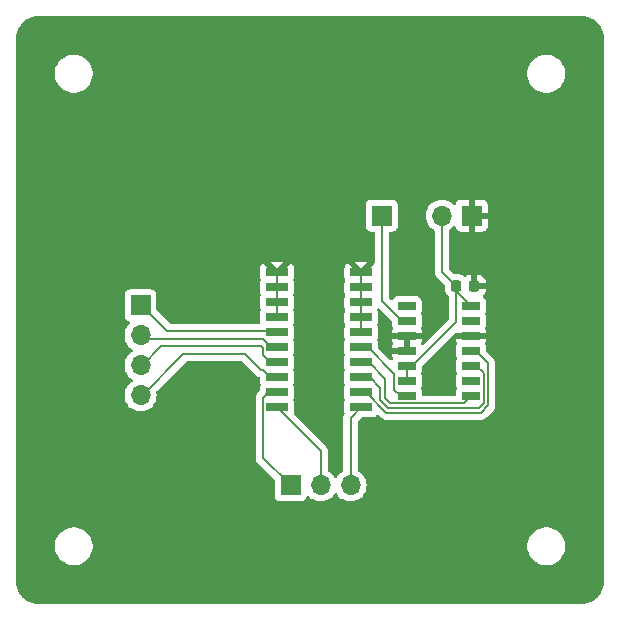
<source format=gbr>
%TF.GenerationSoftware,KiCad,Pcbnew,8.0.6*%
%TF.CreationDate,2024-12-20T03:38:08-05:00*%
%TF.ProjectId,MAX5719_breakout,4d415835-3731-4395-9f62-7265616b6f75,rev?*%
%TF.SameCoordinates,Original*%
%TF.FileFunction,Copper,L1,Top*%
%TF.FilePolarity,Positive*%
%FSLAX46Y46*%
G04 Gerber Fmt 4.6, Leading zero omitted, Abs format (unit mm)*
G04 Created by KiCad (PCBNEW 8.0.6) date 2024-12-20 03:38:08*
%MOMM*%
%LPD*%
G01*
G04 APERTURE LIST*
G04 Aperture macros list*
%AMRoundRect*
0 Rectangle with rounded corners*
0 $1 Rounding radius*
0 $2 $3 $4 $5 $6 $7 $8 $9 X,Y pos of 4 corners*
0 Add a 4 corners polygon primitive as box body*
4,1,4,$2,$3,$4,$5,$6,$7,$8,$9,$2,$3,0*
0 Add four circle primitives for the rounded corners*
1,1,$1+$1,$2,$3*
1,1,$1+$1,$4,$5*
1,1,$1+$1,$6,$7*
1,1,$1+$1,$8,$9*
0 Add four rect primitives between the rounded corners*
20,1,$1+$1,$2,$3,$4,$5,0*
20,1,$1+$1,$4,$5,$6,$7,0*
20,1,$1+$1,$6,$7,$8,$9,0*
20,1,$1+$1,$8,$9,$2,$3,0*%
G04 Aperture macros list end*
%TA.AperFunction,ComponentPad*%
%ADD10R,1.700000X1.700000*%
%TD*%
%TA.AperFunction,ComponentPad*%
%ADD11O,1.700000X1.700000*%
%TD*%
%TA.AperFunction,SMDPad,CuDef*%
%ADD12R,1.525000X0.650000*%
%TD*%
%TA.AperFunction,SMDPad,CuDef*%
%ADD13R,1.825000X0.700000*%
%TD*%
%TA.AperFunction,SMDPad,CuDef*%
%ADD14RoundRect,0.225000X0.225000X0.250000X-0.225000X0.250000X-0.225000X-0.250000X0.225000X-0.250000X0*%
%TD*%
%TA.AperFunction,Conductor*%
%ADD15C,0.200000*%
%TD*%
G04 APERTURE END LIST*
D10*
%TO.P,J4,1,Pin_1*%
%TO.N,CS*%
X144399000Y-110617000D03*
D11*
%TO.P,J4,2,Pin_2*%
%TO.N,SCLK*%
X144399000Y-113157000D03*
%TO.P,J4,3,Pin_3*%
%TO.N,MOSI*%
X144399000Y-115697000D03*
%TO.P,J4,4,Pin_4*%
%TO.N,LDAC*%
X144399000Y-118237000D03*
%TD*%
D10*
%TO.P,J3,1,Pin_1*%
%TO.N,OE\u002A*%
X157099000Y-125857000D03*
D11*
%TO.P,J3,2,Pin_2*%
%TO.N,5vL*%
X159639000Y-125857000D03*
%TO.P,J3,3,Pin_3*%
%TO.N,DIR*%
X162179000Y-125857000D03*
%TD*%
D10*
%TO.P,J2,1,Pin_1*%
%TO.N,GND*%
X172440000Y-103010000D03*
D11*
%TO.P,J2,2,Pin_2*%
%TO.N,5vA*%
X169900000Y-103010000D03*
%TD*%
D12*
%TO.P,IC1,1,RFB*%
%TO.N,unconnected-(IC1-RFB-Pad1)*%
X166958000Y-110660000D03*
%TO.P,IC1,2,OUT*%
%TO.N,AOUT*%
X166958000Y-111930000D03*
%TO.P,IC1,3,AGNDF*%
%TO.N,GND*%
X166958000Y-113200000D03*
%TO.P,IC1,4,AGNDS*%
X166958000Y-114470000D03*
%TO.P,IC1,5,REFS*%
%TO.N,5vA*%
X166958000Y-115740000D03*
%TO.P,IC1,6,REFF*%
X166958000Y-117010000D03*
%TO.P,IC1,7,~{CS}*%
%TO.N,Net-(IC1-~{CS})*%
X166958000Y-118280000D03*
%TO.P,IC1,8,SCLK*%
%TO.N,Net-(IC1-SCLK)*%
X172382000Y-118280000D03*
%TO.P,IC1,9,NC*%
%TO.N,unconnected-(IC1-NC-Pad9)*%
X172382000Y-117010000D03*
%TO.P,IC1,10,DIN*%
%TO.N,Net-(IC1-DIN)*%
X172382000Y-115740000D03*
%TO.P,IC1,11,~{LDAC}*%
%TO.N,Net-(IC1-~{LDAC})*%
X172382000Y-114470000D03*
%TO.P,IC1,12,DGND*%
%TO.N,GND*%
X172382000Y-113200000D03*
%TO.P,IC1,13,INV*%
%TO.N,unconnected-(IC1-INV-Pad13)*%
X172382000Y-111930000D03*
%TO.P,IC1,14,VDD*%
%TO.N,5vA*%
X172382000Y-110660000D03*
%TD*%
D10*
%TO.P,J1,1,Pin_1*%
%TO.N,AOUT*%
X164820000Y-103010000D03*
%TD*%
D13*
%TO.P,IC2,1,DIR*%
%TO.N,DIR*%
X163074000Y-119253000D03*
%TO.P,IC2,2,A1*%
%TO.N,Net-(IC1-~{LDAC})*%
X163074000Y-117983000D03*
%TO.P,IC2,3,A2*%
%TO.N,Net-(IC1-DIN)*%
X163074000Y-116713000D03*
%TO.P,IC2,4,A3*%
%TO.N,Net-(IC1-SCLK)*%
X163074000Y-115443000D03*
%TO.P,IC2,5,A4*%
%TO.N,Net-(IC1-~{CS})*%
X163074000Y-114173000D03*
%TO.P,IC2,6,A5*%
%TO.N,GND*%
X163074000Y-112903000D03*
%TO.P,IC2,7,A6*%
X163074000Y-111633000D03*
%TO.P,IC2,8,A7*%
X163074000Y-110363000D03*
%TO.P,IC2,9,A8*%
X163074000Y-109093000D03*
%TO.P,IC2,10,GND*%
X163074000Y-107823000D03*
%TO.P,IC2,11,B8*%
X155950000Y-107823000D03*
%TO.P,IC2,12,B7*%
X155950000Y-109093000D03*
%TO.P,IC2,13,B6*%
X155950000Y-110363000D03*
%TO.P,IC2,14,B5*%
X155950000Y-111633000D03*
%TO.P,IC2,15,B4*%
%TO.N,CS*%
X155950000Y-112903000D03*
%TO.P,IC2,16,B3*%
%TO.N,SCLK*%
X155950000Y-114173000D03*
%TO.P,IC2,17,B2*%
%TO.N,MOSI*%
X155950000Y-115443000D03*
%TO.P,IC2,18,B1*%
%TO.N,LDAC*%
X155950000Y-116713000D03*
%TO.P,IC2,19,~{OE}*%
%TO.N,OE\u002A*%
X155950000Y-117983000D03*
%TO.P,IC2,20,VCC*%
%TO.N,5vL*%
X155950000Y-119253000D03*
%TD*%
D14*
%TO.P,C1,1*%
%TO.N,GND*%
X172670000Y-108970000D03*
%TO.P,C1,2*%
%TO.N,5vA*%
X171120000Y-108970000D03*
%TD*%
D15*
%TO.N,GND*%
X163074000Y-107823000D02*
X163074000Y-112903000D01*
X155950000Y-107823000D02*
X155950000Y-111633000D01*
%TO.N,Net-(IC1-DIN)*%
X164700000Y-118625686D02*
X164700000Y-117583000D01*
X173044500Y-119305000D02*
X165379314Y-119305000D01*
X173444500Y-118905000D02*
X173044500Y-119305000D01*
X164700000Y-117583000D02*
X163830000Y-116713000D01*
X173444500Y-116365000D02*
X173444500Y-118905000D01*
X163830000Y-116713000D02*
X163074000Y-116713000D01*
X172819500Y-115740000D02*
X173444500Y-116365000D01*
X172382000Y-115740000D02*
X172819500Y-115740000D01*
X165379314Y-119305000D02*
X164700000Y-118625686D01*
%TO.N,Net-(IC1-SCLK)*%
X165100000Y-116840000D02*
X163703000Y-115443000D01*
X163703000Y-115443000D02*
X163074000Y-115443000D01*
X172382000Y-118280000D02*
X171757000Y-118905000D01*
X165545000Y-118905000D02*
X165100000Y-118460000D01*
X171757000Y-118905000D02*
X165545000Y-118905000D01*
X165100000Y-118460000D02*
X165100000Y-116840000D01*
%TO.N,Net-(IC1-~{CS})*%
X163074000Y-114173000D02*
X163636500Y-114173000D01*
X166413000Y-118280000D02*
X166958000Y-118280000D01*
X165895500Y-117762500D02*
X166413000Y-118280000D01*
X163636500Y-114173000D02*
X165895500Y-116432000D01*
X165895500Y-116432000D02*
X165895500Y-117762500D01*
%TO.N,Net-(IC1-~{LDAC})*%
X163491628Y-117983000D02*
X163074000Y-117983000D01*
X172799500Y-114470000D02*
X173844500Y-115515000D01*
X173844500Y-119070686D02*
X173210186Y-119705000D01*
X173844500Y-115515000D02*
X173844500Y-119070686D01*
X173210186Y-119705000D02*
X165213628Y-119705000D01*
X165213628Y-119705000D02*
X163491628Y-117983000D01*
X172382000Y-114470000D02*
X172799500Y-114470000D01*
%TO.N,AOUT*%
X166520500Y-111930000D02*
X164820000Y-110229500D01*
X166958000Y-111930000D02*
X166520500Y-111930000D01*
X164820000Y-110229500D02*
X164820000Y-103010000D01*
%TO.N,LDAC*%
X155357500Y-116713000D02*
X154737500Y-116093000D01*
X155950000Y-116713000D02*
X155357500Y-116713000D01*
X148020002Y-114729998D02*
X144500000Y-118250000D01*
X153210998Y-114729998D02*
X148020002Y-114729998D01*
X154574000Y-116093000D02*
X153210998Y-114729998D01*
X154737500Y-116093000D02*
X154574000Y-116093000D01*
%TO.N,SCLK*%
X144760000Y-113430000D02*
X144500000Y-113170000D01*
X155480500Y-114173000D02*
X154737500Y-113430000D01*
X154737500Y-113430000D02*
X144760000Y-113430000D01*
X155950000Y-114173000D02*
X155480500Y-114173000D01*
%TO.N,MOSI*%
X154737500Y-114823000D02*
X154737500Y-114230500D01*
X155357500Y-115443000D02*
X154737500Y-114823000D01*
X155950000Y-115443000D02*
X155357500Y-115443000D01*
X154737500Y-114230500D02*
X154586999Y-114079999D01*
X154586999Y-114079999D02*
X146130001Y-114079999D01*
X146130001Y-114079999D02*
X144500000Y-115710000D01*
%TO.N,CS*%
X146649999Y-112779999D02*
X144500000Y-110630000D01*
X155950000Y-112903000D02*
X155826999Y-112779999D01*
X155826999Y-112779999D02*
X146649999Y-112779999D01*
%TO.N,5vA*%
X171120000Y-108970000D02*
X169900000Y-107750000D01*
X169900000Y-107750000D02*
X169900000Y-103010000D01*
X167395500Y-115740000D02*
X171120000Y-112015500D01*
X172382000Y-110660000D02*
X171120000Y-109398000D01*
X171120000Y-109398000D02*
X171120000Y-108970000D01*
X166958000Y-115740000D02*
X167395500Y-115740000D01*
X166958000Y-115740000D02*
X166958000Y-117010000D01*
X166958000Y-115740000D02*
X166520500Y-115740000D01*
X171120000Y-112015500D02*
X171120000Y-108970000D01*
%TO.N,OE\u002A*%
X154737500Y-118439500D02*
X155194000Y-117983000D01*
X157099000Y-125857000D02*
X154737500Y-123495500D01*
X154737500Y-123495500D02*
X154737500Y-118439500D01*
X155194000Y-117983000D02*
X155950000Y-117983000D01*
%TO.N,DIR*%
X162179000Y-120148000D02*
X163074000Y-119253000D01*
X162179000Y-126111000D02*
X162179000Y-120148000D01*
%TO.N,5vL*%
X159639000Y-122942000D02*
X155950000Y-119253000D01*
X159639000Y-126111000D02*
X159639000Y-122942000D01*
%TD*%
%TA.AperFunction,Conductor*%
%TO.N,GND*%
G36*
X181754042Y-86100765D02*
G01*
X181778041Y-86102337D01*
X181989839Y-86116219D01*
X182005900Y-86118334D01*
X182233662Y-86163639D01*
X182249316Y-86167834D01*
X182469218Y-86242481D01*
X182484189Y-86248682D01*
X182681453Y-86345961D01*
X182692460Y-86351390D01*
X182706506Y-86359500D01*
X182899583Y-86488509D01*
X182912452Y-86498383D01*
X183087038Y-86651492D01*
X183098507Y-86662961D01*
X183251616Y-86837547D01*
X183261490Y-86850416D01*
X183390499Y-87043493D01*
X183398609Y-87057539D01*
X183501314Y-87265803D01*
X183507521Y-87280788D01*
X183582163Y-87500676D01*
X183586361Y-87516343D01*
X183631663Y-87744087D01*
X183633781Y-87760169D01*
X183649235Y-87995956D01*
X183649500Y-88004066D01*
X183649500Y-133995933D01*
X183649235Y-134004043D01*
X183633781Y-134239830D01*
X183631663Y-134255912D01*
X183586361Y-134483656D01*
X183582163Y-134499323D01*
X183507521Y-134719211D01*
X183501314Y-134734196D01*
X183398609Y-134942460D01*
X183390499Y-134956506D01*
X183261490Y-135149583D01*
X183251616Y-135162452D01*
X183098507Y-135337038D01*
X183087038Y-135348507D01*
X182912452Y-135501616D01*
X182899583Y-135511490D01*
X182706506Y-135640499D01*
X182692460Y-135648609D01*
X182484196Y-135751314D01*
X182469211Y-135757521D01*
X182249323Y-135832163D01*
X182233656Y-135836361D01*
X182005912Y-135881663D01*
X181989830Y-135883781D01*
X181754043Y-135899235D01*
X181745933Y-135899500D01*
X135754067Y-135899500D01*
X135745957Y-135899235D01*
X135510169Y-135883781D01*
X135494087Y-135881663D01*
X135266343Y-135836361D01*
X135250676Y-135832163D01*
X135030788Y-135757521D01*
X135015803Y-135751314D01*
X134807539Y-135648609D01*
X134793493Y-135640499D01*
X134600416Y-135511490D01*
X134587547Y-135501616D01*
X134412961Y-135348507D01*
X134401492Y-135337038D01*
X134248383Y-135162452D01*
X134238509Y-135149583D01*
X134109500Y-134956506D01*
X134101390Y-134942460D01*
X134095749Y-134931021D01*
X133998682Y-134734189D01*
X133992481Y-134719218D01*
X133917834Y-134499316D01*
X133913638Y-134483656D01*
X133868334Y-134255900D01*
X133866219Y-134239839D01*
X133850765Y-134004042D01*
X133850500Y-133995933D01*
X133850500Y-130874038D01*
X137149500Y-130874038D01*
X137149500Y-131125961D01*
X137188910Y-131374785D01*
X137266760Y-131614383D01*
X137381132Y-131838848D01*
X137529201Y-132042649D01*
X137529205Y-132042654D01*
X137707345Y-132220794D01*
X137707350Y-132220798D01*
X137885117Y-132349952D01*
X137911155Y-132368870D01*
X138054184Y-132441747D01*
X138135616Y-132483239D01*
X138135618Y-132483239D01*
X138135621Y-132483241D01*
X138375215Y-132561090D01*
X138624038Y-132600500D01*
X138624039Y-132600500D01*
X138875961Y-132600500D01*
X138875962Y-132600500D01*
X139124785Y-132561090D01*
X139364379Y-132483241D01*
X139588845Y-132368870D01*
X139792656Y-132220793D01*
X139970793Y-132042656D01*
X140118870Y-131838845D01*
X140233241Y-131614379D01*
X140311090Y-131374785D01*
X140350500Y-131125962D01*
X140350500Y-130874038D01*
X177149500Y-130874038D01*
X177149500Y-131125961D01*
X177188910Y-131374785D01*
X177266760Y-131614383D01*
X177381132Y-131838848D01*
X177529201Y-132042649D01*
X177529205Y-132042654D01*
X177707345Y-132220794D01*
X177707350Y-132220798D01*
X177885117Y-132349952D01*
X177911155Y-132368870D01*
X178054184Y-132441747D01*
X178135616Y-132483239D01*
X178135618Y-132483239D01*
X178135621Y-132483241D01*
X178375215Y-132561090D01*
X178624038Y-132600500D01*
X178624039Y-132600500D01*
X178875961Y-132600500D01*
X178875962Y-132600500D01*
X179124785Y-132561090D01*
X179364379Y-132483241D01*
X179588845Y-132368870D01*
X179792656Y-132220793D01*
X179970793Y-132042656D01*
X180118870Y-131838845D01*
X180233241Y-131614379D01*
X180311090Y-131374785D01*
X180350500Y-131125962D01*
X180350500Y-130874038D01*
X180311090Y-130625215D01*
X180233241Y-130385621D01*
X180233239Y-130385618D01*
X180233239Y-130385616D01*
X180191747Y-130304184D01*
X180118870Y-130161155D01*
X180099952Y-130135117D01*
X179970798Y-129957350D01*
X179970794Y-129957345D01*
X179792654Y-129779205D01*
X179792649Y-129779201D01*
X179588848Y-129631132D01*
X179588847Y-129631131D01*
X179588845Y-129631130D01*
X179518747Y-129595413D01*
X179364383Y-129516760D01*
X179124785Y-129438910D01*
X178875962Y-129399500D01*
X178624038Y-129399500D01*
X178499626Y-129419205D01*
X178375214Y-129438910D01*
X178135616Y-129516760D01*
X177911151Y-129631132D01*
X177707350Y-129779201D01*
X177707345Y-129779205D01*
X177529205Y-129957345D01*
X177529201Y-129957350D01*
X177381132Y-130161151D01*
X177266760Y-130385616D01*
X177188910Y-130625214D01*
X177149500Y-130874038D01*
X140350500Y-130874038D01*
X140311090Y-130625215D01*
X140233241Y-130385621D01*
X140233239Y-130385618D01*
X140233239Y-130385616D01*
X140191747Y-130304184D01*
X140118870Y-130161155D01*
X140099952Y-130135117D01*
X139970798Y-129957350D01*
X139970794Y-129957345D01*
X139792654Y-129779205D01*
X139792649Y-129779201D01*
X139588848Y-129631132D01*
X139588847Y-129631131D01*
X139588845Y-129631130D01*
X139518747Y-129595413D01*
X139364383Y-129516760D01*
X139124785Y-129438910D01*
X138875962Y-129399500D01*
X138624038Y-129399500D01*
X138499626Y-129419205D01*
X138375214Y-129438910D01*
X138135616Y-129516760D01*
X137911151Y-129631132D01*
X137707350Y-129779201D01*
X137707345Y-129779205D01*
X137529205Y-129957345D01*
X137529201Y-129957350D01*
X137381132Y-130161151D01*
X137266760Y-130385616D01*
X137188910Y-130625214D01*
X137149500Y-130874038D01*
X133850500Y-130874038D01*
X133850500Y-113156999D01*
X143043341Y-113156999D01*
X143043341Y-113157000D01*
X143063936Y-113392403D01*
X143063938Y-113392413D01*
X143125094Y-113620655D01*
X143125096Y-113620659D01*
X143125097Y-113620663D01*
X143197126Y-113775129D01*
X143224965Y-113834830D01*
X143224967Y-113834834D01*
X143360501Y-114028395D01*
X143360506Y-114028402D01*
X143527597Y-114195493D01*
X143527603Y-114195498D01*
X143713158Y-114325425D01*
X143756783Y-114380002D01*
X143763977Y-114449500D01*
X143732454Y-114511855D01*
X143713158Y-114528575D01*
X143527597Y-114658505D01*
X143360505Y-114825597D01*
X143224965Y-115019169D01*
X143224964Y-115019171D01*
X143125098Y-115233335D01*
X143125094Y-115233344D01*
X143063938Y-115461586D01*
X143063936Y-115461596D01*
X143043341Y-115696999D01*
X143043341Y-115697000D01*
X143063936Y-115932403D01*
X143063938Y-115932413D01*
X143125094Y-116160655D01*
X143125096Y-116160659D01*
X143125097Y-116160663D01*
X143197126Y-116315129D01*
X143224965Y-116374830D01*
X143224967Y-116374834D01*
X143360501Y-116568395D01*
X143360506Y-116568402D01*
X143527597Y-116735493D01*
X143527603Y-116735498D01*
X143713158Y-116865425D01*
X143756783Y-116920002D01*
X143763977Y-116989500D01*
X143732454Y-117051855D01*
X143713158Y-117068575D01*
X143527597Y-117198505D01*
X143360505Y-117365597D01*
X143224965Y-117559169D01*
X143224964Y-117559171D01*
X143125098Y-117773335D01*
X143125094Y-117773344D01*
X143063938Y-118001586D01*
X143063936Y-118001596D01*
X143043341Y-118236999D01*
X143043341Y-118237000D01*
X143063936Y-118472403D01*
X143063938Y-118472413D01*
X143125094Y-118700655D01*
X143125096Y-118700659D01*
X143125097Y-118700663D01*
X143197126Y-118855129D01*
X143224965Y-118914830D01*
X143224967Y-118914834D01*
X143333281Y-119069521D01*
X143360505Y-119108401D01*
X143527599Y-119275495D01*
X143566132Y-119302476D01*
X143721165Y-119411032D01*
X143721167Y-119411033D01*
X143721170Y-119411035D01*
X143935337Y-119510903D01*
X144163592Y-119572063D01*
X144351918Y-119588539D01*
X144398999Y-119592659D01*
X144399000Y-119592659D01*
X144399001Y-119592659D01*
X144438234Y-119589226D01*
X144634408Y-119572063D01*
X144862663Y-119510903D01*
X145076830Y-119411035D01*
X145270401Y-119275495D01*
X145437495Y-119108401D01*
X145573035Y-118914830D01*
X145672903Y-118700663D01*
X145734063Y-118472408D01*
X145754659Y-118237000D01*
X145734063Y-118001592D01*
X145723763Y-117963151D01*
X145725424Y-117893303D01*
X145755854Y-117843379D01*
X148232419Y-115366817D01*
X148293742Y-115333332D01*
X148320100Y-115330498D01*
X152910901Y-115330498D01*
X152977940Y-115350183D01*
X152998582Y-115366817D01*
X154089139Y-116457374D01*
X154089149Y-116457385D01*
X154093479Y-116461715D01*
X154093480Y-116461716D01*
X154205284Y-116573520D01*
X154265380Y-116608216D01*
X154342215Y-116652577D01*
X154445096Y-116680144D01*
X154504754Y-116716508D01*
X154535283Y-116779355D01*
X154537000Y-116799918D01*
X154537000Y-117110869D01*
X154537001Y-117110876D01*
X154543409Y-117170484D01*
X154593455Y-117304668D01*
X154598439Y-117374360D01*
X154593455Y-117391332D01*
X154543409Y-117525514D01*
X154543408Y-117525516D01*
X154537001Y-117585114D01*
X154537000Y-117585135D01*
X154537000Y-117739402D01*
X154517315Y-117806441D01*
X154500681Y-117827083D01*
X154256981Y-118070782D01*
X154256979Y-118070784D01*
X154232455Y-118113261D01*
X154222090Y-118131216D01*
X154177923Y-118207715D01*
X154136999Y-118360443D01*
X154136999Y-118360445D01*
X154136999Y-118528546D01*
X154137000Y-118528559D01*
X154137000Y-123408830D01*
X154136999Y-123408848D01*
X154136999Y-123574554D01*
X154136998Y-123574554D01*
X154177923Y-123727285D01*
X154206858Y-123777400D01*
X154206859Y-123777404D01*
X154206860Y-123777404D01*
X154256979Y-123864214D01*
X154256981Y-123864217D01*
X154375849Y-123983085D01*
X154375855Y-123983090D01*
X155712181Y-125319416D01*
X155745666Y-125380739D01*
X155748500Y-125407097D01*
X155748500Y-126754870D01*
X155748501Y-126754876D01*
X155754908Y-126814483D01*
X155805202Y-126949328D01*
X155805206Y-126949335D01*
X155891452Y-127064544D01*
X155891455Y-127064547D01*
X156006664Y-127150793D01*
X156006671Y-127150797D01*
X156141517Y-127201091D01*
X156141516Y-127201091D01*
X156148444Y-127201835D01*
X156201127Y-127207500D01*
X157996872Y-127207499D01*
X158056483Y-127201091D01*
X158191331Y-127150796D01*
X158306546Y-127064546D01*
X158392796Y-126949331D01*
X158441810Y-126817916D01*
X158483681Y-126761984D01*
X158549145Y-126737566D01*
X158617418Y-126752417D01*
X158645673Y-126773569D01*
X158767599Y-126895495D01*
X158864384Y-126963265D01*
X158961165Y-127031032D01*
X158961167Y-127031033D01*
X158961170Y-127031035D01*
X159175337Y-127130903D01*
X159403592Y-127192063D01*
X159580034Y-127207500D01*
X159638999Y-127212659D01*
X159639000Y-127212659D01*
X159639001Y-127212659D01*
X159697966Y-127207500D01*
X159874408Y-127192063D01*
X160102663Y-127130903D01*
X160316830Y-127031035D01*
X160510401Y-126895495D01*
X160677495Y-126728401D01*
X160807425Y-126542842D01*
X160862002Y-126499217D01*
X160931500Y-126492023D01*
X160993855Y-126523546D01*
X161010575Y-126542842D01*
X161140500Y-126728395D01*
X161140505Y-126728401D01*
X161307599Y-126895495D01*
X161404384Y-126963265D01*
X161501165Y-127031032D01*
X161501167Y-127031033D01*
X161501170Y-127031035D01*
X161715337Y-127130903D01*
X161943592Y-127192063D01*
X162120034Y-127207500D01*
X162178999Y-127212659D01*
X162179000Y-127212659D01*
X162179001Y-127212659D01*
X162237966Y-127207500D01*
X162414408Y-127192063D01*
X162642663Y-127130903D01*
X162856830Y-127031035D01*
X163050401Y-126895495D01*
X163217495Y-126728401D01*
X163353035Y-126534830D01*
X163452903Y-126320663D01*
X163514063Y-126092408D01*
X163534659Y-125857000D01*
X163514063Y-125621592D01*
X163452903Y-125393337D01*
X163353035Y-125179171D01*
X163347425Y-125171158D01*
X163217494Y-124985597D01*
X163050402Y-124818506D01*
X163050395Y-124818501D01*
X162856831Y-124682965D01*
X162856826Y-124682962D01*
X162851091Y-124680288D01*
X162798653Y-124634113D01*
X162779500Y-124567908D01*
X162779500Y-120448096D01*
X162799185Y-120381057D01*
X162815815Y-120360419D01*
X163036416Y-120139817D01*
X163097739Y-120106333D01*
X163124097Y-120103499D01*
X164034371Y-120103499D01*
X164034372Y-120103499D01*
X164093983Y-120097091D01*
X164228831Y-120046796D01*
X164344046Y-119960546D01*
X164376401Y-119917326D01*
X164432334Y-119875455D01*
X164502026Y-119870471D01*
X164563348Y-119903956D01*
X164844912Y-120185520D01*
X164844914Y-120185521D01*
X164844918Y-120185524D01*
X164981837Y-120264573D01*
X164981840Y-120264575D01*
X164981844Y-120264577D01*
X165134571Y-120305501D01*
X165134573Y-120305501D01*
X165300282Y-120305501D01*
X165300298Y-120305500D01*
X173123517Y-120305500D01*
X173123533Y-120305501D01*
X173131129Y-120305501D01*
X173289240Y-120305501D01*
X173289243Y-120305501D01*
X173441971Y-120264577D01*
X173506957Y-120227057D01*
X173578902Y-120185520D01*
X173690706Y-120073716D01*
X173690706Y-120073714D01*
X173700910Y-120063511D01*
X173700914Y-120063506D01*
X174203006Y-119561414D01*
X174203011Y-119561410D01*
X174213214Y-119551206D01*
X174213216Y-119551206D01*
X174325020Y-119439402D01*
X174404077Y-119302470D01*
X174445000Y-119149743D01*
X174445000Y-115435943D01*
X174425708Y-115363943D01*
X174404077Y-115283215D01*
X174362508Y-115211216D01*
X174336413Y-115166018D01*
X174325021Y-115146285D01*
X174208885Y-115030149D01*
X174208874Y-115030139D01*
X173681318Y-114502583D01*
X173647833Y-114441260D01*
X173644999Y-114414902D01*
X173644999Y-114097129D01*
X173644998Y-114097123D01*
X173638591Y-114037516D01*
X173588297Y-113902670D01*
X173584047Y-113894888D01*
X173587116Y-113893211D01*
X173568543Y-113843495D01*
X173583358Y-113775215D01*
X173583739Y-113774622D01*
X173587850Y-113767093D01*
X173638097Y-113632376D01*
X173638098Y-113632372D01*
X173644499Y-113572844D01*
X173644500Y-113572827D01*
X173644500Y-113450000D01*
X171119500Y-113450000D01*
X171119500Y-113572844D01*
X171125901Y-113632372D01*
X171125903Y-113632379D01*
X171176145Y-113767086D01*
X171180397Y-113774872D01*
X171177179Y-113776628D01*
X171195477Y-113825976D01*
X171180493Y-113894220D01*
X171179335Y-113896018D01*
X171175702Y-113902671D01*
X171125410Y-114037513D01*
X171125409Y-114037517D01*
X171119000Y-114097127D01*
X171119000Y-114097134D01*
X171119000Y-114097135D01*
X171119000Y-114842870D01*
X171119001Y-114842876D01*
X171125408Y-114902483D01*
X171175702Y-115037328D01*
X171179954Y-115045114D01*
X171176780Y-115046846D01*
X171195159Y-115096302D01*
X171180225Y-115164557D01*
X171179617Y-115165502D01*
X171175702Y-115172671D01*
X171125410Y-115307513D01*
X171125409Y-115307517D01*
X171119000Y-115367127D01*
X171119000Y-115367134D01*
X171119000Y-115367135D01*
X171119000Y-116112870D01*
X171119001Y-116112876D01*
X171125408Y-116172483D01*
X171175702Y-116307328D01*
X171179954Y-116315114D01*
X171176780Y-116316846D01*
X171195159Y-116366302D01*
X171180225Y-116434557D01*
X171179617Y-116435502D01*
X171175702Y-116442671D01*
X171126899Y-116573521D01*
X171125409Y-116577517D01*
X171119000Y-116637127D01*
X171119000Y-116637134D01*
X171119000Y-116637135D01*
X171119000Y-117382870D01*
X171119001Y-117382876D01*
X171125408Y-117442483D01*
X171175702Y-117577328D01*
X171179954Y-117585114D01*
X171176780Y-117586846D01*
X171195159Y-117636302D01*
X171180225Y-117704557D01*
X171179617Y-117705502D01*
X171175702Y-117712671D01*
X171146576Y-117790764D01*
X171125409Y-117847517D01*
X171119000Y-117907127D01*
X171119000Y-118070784D01*
X171119001Y-118180500D01*
X171099317Y-118247539D01*
X171046513Y-118293294D01*
X170995001Y-118304500D01*
X168345000Y-118304500D01*
X168277961Y-118284815D01*
X168232206Y-118232011D01*
X168221000Y-118180500D01*
X168220999Y-117907130D01*
X168220998Y-117907123D01*
X168219587Y-117894000D01*
X168214591Y-117847517D01*
X168193424Y-117790764D01*
X168164297Y-117712670D01*
X168160047Y-117704888D01*
X168163257Y-117703134D01*
X168144861Y-117654001D01*
X168159627Y-117585709D01*
X168160252Y-117584736D01*
X168164297Y-117577329D01*
X168183622Y-117525514D01*
X168214591Y-117442483D01*
X168221000Y-117382873D01*
X168220999Y-116637128D01*
X168214591Y-116577517D01*
X168213101Y-116573521D01*
X168164297Y-116442670D01*
X168160047Y-116434888D01*
X168163257Y-116433134D01*
X168144861Y-116384001D01*
X168159627Y-116315709D01*
X168160252Y-116314736D01*
X168164297Y-116307329D01*
X168183622Y-116255514D01*
X168214591Y-116172483D01*
X168221000Y-116112873D01*
X168220999Y-115815095D01*
X168240683Y-115748057D01*
X168257313Y-115727420D01*
X170998415Y-112986319D01*
X171059738Y-112952834D01*
X171086096Y-112950000D01*
X173644500Y-112950000D01*
X173644500Y-112827172D01*
X173644499Y-112827155D01*
X173638098Y-112767627D01*
X173638097Y-112767623D01*
X173587849Y-112632904D01*
X173583601Y-112625123D01*
X173586860Y-112623343D01*
X173568546Y-112574374D01*
X173583336Y-112506087D01*
X173584523Y-112504239D01*
X173588293Y-112497335D01*
X173588292Y-112497335D01*
X173588296Y-112497331D01*
X173638591Y-112362483D01*
X173645000Y-112302873D01*
X173644999Y-111557128D01*
X173638591Y-111497517D01*
X173638591Y-111497516D01*
X173588297Y-111362670D01*
X173584047Y-111354888D01*
X173587257Y-111353134D01*
X173568861Y-111304001D01*
X173583627Y-111235709D01*
X173584252Y-111234736D01*
X173588297Y-111227329D01*
X173607584Y-111175616D01*
X173638591Y-111092483D01*
X173645000Y-111032873D01*
X173644999Y-110287128D01*
X173638591Y-110227517D01*
X173609844Y-110150443D01*
X173588297Y-110092671D01*
X173588293Y-110092664D01*
X173502047Y-109977455D01*
X173422623Y-109917997D01*
X173380753Y-109862063D01*
X173375769Y-109792371D01*
X173409254Y-109731049D01*
X173467576Y-109672727D01*
X173556542Y-109528492D01*
X173556547Y-109528481D01*
X173609855Y-109367606D01*
X173619999Y-109268322D01*
X173620000Y-109268309D01*
X173620000Y-109220000D01*
X172544000Y-109220000D01*
X172476961Y-109200315D01*
X172431206Y-109147511D01*
X172420000Y-109096000D01*
X172420000Y-108720000D01*
X172920000Y-108720000D01*
X173619999Y-108720000D01*
X173619999Y-108671692D01*
X173619998Y-108671677D01*
X173609855Y-108572392D01*
X173556547Y-108411518D01*
X173556542Y-108411507D01*
X173467575Y-108267271D01*
X173467572Y-108267267D01*
X173347732Y-108147427D01*
X173347728Y-108147424D01*
X173203492Y-108058457D01*
X173203481Y-108058452D01*
X173042606Y-108005144D01*
X172943322Y-107995000D01*
X172920000Y-107995000D01*
X172920000Y-108720000D01*
X172420000Y-108720000D01*
X172420000Y-107994999D01*
X172396693Y-107995000D01*
X172396674Y-107995001D01*
X172297392Y-108005144D01*
X172136518Y-108058452D01*
X172136507Y-108058457D01*
X171992271Y-108147424D01*
X171992265Y-108147428D01*
X171983031Y-108156663D01*
X171921707Y-108190146D01*
X171852015Y-108185159D01*
X171807672Y-108156660D01*
X171798044Y-108147032D01*
X171798040Y-108147029D01*
X171653705Y-108058001D01*
X171653699Y-108057998D01*
X171653697Y-108057997D01*
X171653694Y-108057996D01*
X171492709Y-108004651D01*
X171393352Y-107994500D01*
X171393345Y-107994500D01*
X171045098Y-107994500D01*
X170978059Y-107974815D01*
X170957417Y-107958181D01*
X170536819Y-107537583D01*
X170503334Y-107476260D01*
X170500500Y-107449902D01*
X170500500Y-104299090D01*
X170520185Y-104232051D01*
X170572101Y-104186706D01*
X170577830Y-104184035D01*
X170771401Y-104048495D01*
X170893717Y-103926178D01*
X170955036Y-103892696D01*
X171024728Y-103897680D01*
X171080662Y-103939551D01*
X171097577Y-103970528D01*
X171146646Y-104102088D01*
X171146649Y-104102093D01*
X171232809Y-104217187D01*
X171232812Y-104217190D01*
X171347906Y-104303350D01*
X171347913Y-104303354D01*
X171482620Y-104353596D01*
X171482627Y-104353598D01*
X171542155Y-104359999D01*
X171542172Y-104360000D01*
X172190000Y-104360000D01*
X172190000Y-103443012D01*
X172247007Y-103475925D01*
X172374174Y-103510000D01*
X172505826Y-103510000D01*
X172632993Y-103475925D01*
X172690000Y-103443012D01*
X172690000Y-104360000D01*
X173337828Y-104360000D01*
X173337844Y-104359999D01*
X173397372Y-104353598D01*
X173397379Y-104353596D01*
X173532086Y-104303354D01*
X173532093Y-104303350D01*
X173647187Y-104217190D01*
X173647190Y-104217187D01*
X173733350Y-104102093D01*
X173733354Y-104102086D01*
X173783596Y-103967379D01*
X173783598Y-103967372D01*
X173789999Y-103907844D01*
X173790000Y-103907827D01*
X173790000Y-103260000D01*
X172873012Y-103260000D01*
X172905925Y-103202993D01*
X172940000Y-103075826D01*
X172940000Y-102944174D01*
X172905925Y-102817007D01*
X172873012Y-102760000D01*
X173790000Y-102760000D01*
X173790000Y-102112172D01*
X173789999Y-102112155D01*
X173783598Y-102052627D01*
X173783596Y-102052620D01*
X173733354Y-101917913D01*
X173733350Y-101917906D01*
X173647190Y-101802812D01*
X173647187Y-101802809D01*
X173532093Y-101716649D01*
X173532086Y-101716645D01*
X173397379Y-101666403D01*
X173397372Y-101666401D01*
X173337844Y-101660000D01*
X172690000Y-101660000D01*
X172690000Y-102576988D01*
X172632993Y-102544075D01*
X172505826Y-102510000D01*
X172374174Y-102510000D01*
X172247007Y-102544075D01*
X172190000Y-102576988D01*
X172190000Y-101660000D01*
X171542155Y-101660000D01*
X171482627Y-101666401D01*
X171482620Y-101666403D01*
X171347913Y-101716645D01*
X171347906Y-101716649D01*
X171232812Y-101802809D01*
X171232809Y-101802812D01*
X171146649Y-101917906D01*
X171146645Y-101917913D01*
X171097578Y-102049470D01*
X171055707Y-102105404D01*
X170990242Y-102129821D01*
X170921969Y-102114969D01*
X170893715Y-102093819D01*
X170849366Y-102049470D01*
X170771401Y-101971505D01*
X170771397Y-101971502D01*
X170771396Y-101971501D01*
X170577834Y-101835967D01*
X170577830Y-101835965D01*
X170506727Y-101802809D01*
X170363663Y-101736097D01*
X170363659Y-101736096D01*
X170363655Y-101736094D01*
X170135413Y-101674938D01*
X170135403Y-101674936D01*
X169900001Y-101654341D01*
X169899999Y-101654341D01*
X169664596Y-101674936D01*
X169664586Y-101674938D01*
X169436344Y-101736094D01*
X169436335Y-101736098D01*
X169222171Y-101835964D01*
X169222169Y-101835965D01*
X169028597Y-101971505D01*
X168861505Y-102138597D01*
X168725965Y-102332169D01*
X168725964Y-102332171D01*
X168626098Y-102546335D01*
X168626094Y-102546344D01*
X168564938Y-102774586D01*
X168564936Y-102774596D01*
X168544341Y-103009999D01*
X168544341Y-103010000D01*
X168564936Y-103245403D01*
X168564938Y-103245413D01*
X168626094Y-103473655D01*
X168626096Y-103473659D01*
X168626097Y-103473663D01*
X168725965Y-103687830D01*
X168725967Y-103687834D01*
X168834281Y-103842521D01*
X168861505Y-103881401D01*
X169028599Y-104048495D01*
X169125384Y-104116265D01*
X169222165Y-104184032D01*
X169222167Y-104184033D01*
X169222170Y-104184035D01*
X169227898Y-104186706D01*
X169280339Y-104232872D01*
X169299500Y-104299090D01*
X169299500Y-107663330D01*
X169299499Y-107663348D01*
X169299499Y-107829054D01*
X169299498Y-107829054D01*
X169340423Y-107981787D01*
X169347764Y-107994500D01*
X169347766Y-107994503D01*
X169419477Y-108118712D01*
X169419481Y-108118717D01*
X169538349Y-108237585D01*
X169538355Y-108237590D01*
X170133181Y-108832416D01*
X170166666Y-108893739D01*
X170169500Y-108920097D01*
X170169500Y-109268337D01*
X170169501Y-109268355D01*
X170179650Y-109367707D01*
X170179651Y-109367710D01*
X170232996Y-109528694D01*
X170233001Y-109528705D01*
X170322029Y-109673040D01*
X170322032Y-109673044D01*
X170441956Y-109792968D01*
X170460596Y-109804465D01*
X170507321Y-109856412D01*
X170519500Y-109910004D01*
X170519500Y-111715402D01*
X170499815Y-111782441D01*
X170483181Y-111803083D01*
X168358505Y-113927758D01*
X168297182Y-113961243D01*
X168227490Y-113956259D01*
X168171557Y-113914387D01*
X168161986Y-113899493D01*
X168159596Y-113895115D01*
X168162724Y-113893407D01*
X168144232Y-113843929D01*
X168159038Y-113775646D01*
X168159985Y-113774171D01*
X168163850Y-113767093D01*
X168214097Y-113632376D01*
X168214098Y-113632372D01*
X168220499Y-113572844D01*
X168220500Y-113572827D01*
X168220500Y-113450000D01*
X167208000Y-113450000D01*
X167208000Y-114596000D01*
X167188315Y-114663039D01*
X167135511Y-114708794D01*
X167084000Y-114720000D01*
X165695500Y-114720000D01*
X165695500Y-114842844D01*
X165701901Y-114902372D01*
X165701903Y-114902379D01*
X165752145Y-115037086D01*
X165756397Y-115044872D01*
X165753179Y-115046628D01*
X165771477Y-115095976D01*
X165756493Y-115164220D01*
X165755335Y-115166018D01*
X165751700Y-115172674D01*
X165746787Y-115185848D01*
X165704914Y-115241780D01*
X165639449Y-115266194D01*
X165571176Y-115251340D01*
X165542926Y-115230191D01*
X164523318Y-114210583D01*
X164489833Y-114149260D01*
X164486999Y-114122902D01*
X164486999Y-113775129D01*
X164486998Y-113775123D01*
X164486997Y-113775116D01*
X164480591Y-113715517D01*
X164430296Y-113580669D01*
X164430293Y-113580665D01*
X164430276Y-113580619D01*
X164429720Y-113572844D01*
X165695500Y-113572844D01*
X165701901Y-113632372D01*
X165701903Y-113632379D01*
X165752145Y-113767086D01*
X165756397Y-113774872D01*
X165753280Y-113776573D01*
X165771773Y-113826155D01*
X165756920Y-113894428D01*
X165755983Y-113895885D01*
X165752145Y-113902913D01*
X165701903Y-114037620D01*
X165701901Y-114037627D01*
X165695500Y-114097155D01*
X165695500Y-114220000D01*
X166708000Y-114220000D01*
X166708000Y-113450000D01*
X165695500Y-113450000D01*
X165695500Y-113572844D01*
X164429720Y-113572844D01*
X164425292Y-113510927D01*
X164430276Y-113493951D01*
X164480097Y-113360376D01*
X164480098Y-113360372D01*
X164486499Y-113300844D01*
X164486500Y-113300827D01*
X164486500Y-112505172D01*
X164486499Y-112505155D01*
X164480098Y-112445627D01*
X164480095Y-112445616D01*
X164430010Y-112311334D01*
X164425025Y-112241643D01*
X164430010Y-112224666D01*
X164480095Y-112090383D01*
X164480098Y-112090372D01*
X164486499Y-112030844D01*
X164486500Y-112030827D01*
X164486500Y-111235172D01*
X164486499Y-111235155D01*
X164480098Y-111175627D01*
X164480095Y-111175616D01*
X164430010Y-111041334D01*
X164425025Y-110971643D01*
X164430011Y-110954662D01*
X164434823Y-110941762D01*
X164476696Y-110885830D01*
X164542162Y-110861416D01*
X164610434Y-110876270D01*
X164638684Y-110897419D01*
X165658681Y-111917416D01*
X165692166Y-111978739D01*
X165695000Y-112005097D01*
X165695000Y-112302869D01*
X165695001Y-112302876D01*
X165701408Y-112362483D01*
X165751702Y-112497327D01*
X165755952Y-112505109D01*
X165752894Y-112506778D01*
X165771463Y-112556594D01*
X165756598Y-112624864D01*
X165756217Y-112625457D01*
X165752145Y-112632913D01*
X165701903Y-112767620D01*
X165701901Y-112767627D01*
X165695500Y-112827155D01*
X165695500Y-112950000D01*
X168220500Y-112950000D01*
X168220500Y-112827172D01*
X168220499Y-112827155D01*
X168214098Y-112767627D01*
X168214097Y-112767623D01*
X168163849Y-112632904D01*
X168159601Y-112625123D01*
X168162860Y-112623343D01*
X168144546Y-112574374D01*
X168159336Y-112506087D01*
X168160523Y-112504239D01*
X168164293Y-112497335D01*
X168164292Y-112497335D01*
X168164296Y-112497331D01*
X168214591Y-112362483D01*
X168221000Y-112302873D01*
X168220999Y-111557128D01*
X168214591Y-111497517D01*
X168214591Y-111497516D01*
X168164297Y-111362670D01*
X168160047Y-111354888D01*
X168163257Y-111353134D01*
X168144861Y-111304001D01*
X168159627Y-111235709D01*
X168160252Y-111234736D01*
X168164297Y-111227329D01*
X168183584Y-111175616D01*
X168214591Y-111092483D01*
X168221000Y-111032873D01*
X168220999Y-110287128D01*
X168214591Y-110227517D01*
X168185844Y-110150443D01*
X168164297Y-110092671D01*
X168164293Y-110092664D01*
X168078047Y-109977455D01*
X168078044Y-109977452D01*
X167962835Y-109891206D01*
X167962828Y-109891202D01*
X167827982Y-109840908D01*
X167827983Y-109840908D01*
X167768383Y-109834501D01*
X167768381Y-109834500D01*
X167768373Y-109834500D01*
X167768364Y-109834500D01*
X166147629Y-109834500D01*
X166147623Y-109834501D01*
X166088016Y-109840908D01*
X165953171Y-109891202D01*
X165953164Y-109891206D01*
X165837955Y-109977452D01*
X165837952Y-109977455D01*
X165746388Y-110099769D01*
X165744452Y-110098319D01*
X165704210Y-110138548D01*
X165635934Y-110153388D01*
X165570474Y-110128959D01*
X165557121Y-110117386D01*
X165456819Y-110017084D01*
X165423334Y-109955761D01*
X165420500Y-109929403D01*
X165420500Y-104484499D01*
X165440185Y-104417460D01*
X165492989Y-104371705D01*
X165544500Y-104360499D01*
X165717871Y-104360499D01*
X165717872Y-104360499D01*
X165777483Y-104354091D01*
X165912331Y-104303796D01*
X166027546Y-104217546D01*
X166113796Y-104102331D01*
X166164091Y-103967483D01*
X166170500Y-103907873D01*
X166170499Y-102112128D01*
X166164091Y-102052517D01*
X166113884Y-101917906D01*
X166113797Y-101917671D01*
X166113793Y-101917664D01*
X166027547Y-101802455D01*
X166027544Y-101802452D01*
X165912335Y-101716206D01*
X165912328Y-101716202D01*
X165777482Y-101665908D01*
X165777483Y-101665908D01*
X165717883Y-101659501D01*
X165717881Y-101659500D01*
X165717873Y-101659500D01*
X165717864Y-101659500D01*
X163922129Y-101659500D01*
X163922123Y-101659501D01*
X163862516Y-101665908D01*
X163727671Y-101716202D01*
X163727664Y-101716206D01*
X163612455Y-101802452D01*
X163612452Y-101802455D01*
X163526206Y-101917664D01*
X163526202Y-101917671D01*
X163475908Y-102052517D01*
X163471468Y-102093819D01*
X163469501Y-102112123D01*
X163469500Y-102112135D01*
X163469500Y-103907870D01*
X163469501Y-103907876D01*
X163475908Y-103967483D01*
X163526202Y-104102328D01*
X163526206Y-104102335D01*
X163612452Y-104217544D01*
X163612455Y-104217547D01*
X163727664Y-104303793D01*
X163727671Y-104303797D01*
X163772618Y-104320561D01*
X163862517Y-104354091D01*
X163922127Y-104360500D01*
X164095500Y-104360499D01*
X164162539Y-104380183D01*
X164208294Y-104432987D01*
X164219500Y-104484499D01*
X164219500Y-106979691D01*
X164199815Y-107046730D01*
X164183181Y-107067372D01*
X163161681Y-108088872D01*
X163100358Y-108122357D01*
X163030666Y-108117373D01*
X162986319Y-108088872D01*
X161925006Y-107027559D01*
X161925004Y-107027559D01*
X161919414Y-107029645D01*
X161919406Y-107029649D01*
X161804312Y-107115809D01*
X161804309Y-107115812D01*
X161718149Y-107230906D01*
X161718145Y-107230913D01*
X161667903Y-107365620D01*
X161667901Y-107365627D01*
X161661500Y-107425155D01*
X161661500Y-108220844D01*
X161667901Y-108280372D01*
X161667903Y-108280379D01*
X161717989Y-108414667D01*
X161722973Y-108484359D01*
X161717989Y-108501333D01*
X161667903Y-108635620D01*
X161667901Y-108635627D01*
X161661500Y-108695155D01*
X161661500Y-109490844D01*
X161667901Y-109550372D01*
X161667903Y-109550379D01*
X161717989Y-109684667D01*
X161722973Y-109754359D01*
X161717989Y-109771333D01*
X161667903Y-109905620D01*
X161667901Y-109905627D01*
X161661500Y-109965155D01*
X161661500Y-110760844D01*
X161667901Y-110820372D01*
X161667903Y-110820379D01*
X161717989Y-110954667D01*
X161722973Y-111024359D01*
X161717989Y-111041333D01*
X161667903Y-111175620D01*
X161667901Y-111175627D01*
X161661500Y-111235155D01*
X161661500Y-112030844D01*
X161667901Y-112090372D01*
X161667903Y-112090379D01*
X161717989Y-112224667D01*
X161722973Y-112294359D01*
X161717989Y-112311333D01*
X161667903Y-112445620D01*
X161667901Y-112445627D01*
X161661500Y-112505155D01*
X161661500Y-113300844D01*
X161667901Y-113360372D01*
X161667903Y-113360380D01*
X161717722Y-113493952D01*
X161722706Y-113563644D01*
X161717722Y-113580617D01*
X161667409Y-113715514D01*
X161667408Y-113715516D01*
X161661103Y-113774171D01*
X161661001Y-113775123D01*
X161661000Y-113775135D01*
X161661000Y-114570870D01*
X161661001Y-114570876D01*
X161667409Y-114630484D01*
X161717455Y-114764668D01*
X161722439Y-114834360D01*
X161717455Y-114851332D01*
X161667409Y-114985514D01*
X161667408Y-114985516D01*
X161661001Y-115045114D01*
X161661000Y-115045135D01*
X161661000Y-115840870D01*
X161661001Y-115840876D01*
X161667409Y-115900484D01*
X161717455Y-116034668D01*
X161722439Y-116104360D01*
X161717455Y-116121332D01*
X161667409Y-116255514D01*
X161667408Y-116255516D01*
X161661001Y-116315114D01*
X161661000Y-116315135D01*
X161661000Y-117110870D01*
X161661001Y-117110876D01*
X161667409Y-117170484D01*
X161717455Y-117304668D01*
X161722439Y-117374360D01*
X161717455Y-117391332D01*
X161667409Y-117525514D01*
X161667408Y-117525516D01*
X161661001Y-117585114D01*
X161661000Y-117585135D01*
X161661000Y-118380870D01*
X161661001Y-118380876D01*
X161667409Y-118440484D01*
X161717455Y-118574668D01*
X161722439Y-118644360D01*
X161717455Y-118661332D01*
X161667409Y-118795514D01*
X161667408Y-118795516D01*
X161661001Y-118855116D01*
X161661001Y-118855123D01*
X161661000Y-118855135D01*
X161661000Y-119650870D01*
X161661001Y-119650876D01*
X161667408Y-119710483D01*
X161674777Y-119730238D01*
X161679761Y-119799929D01*
X161665987Y-119835563D01*
X161660348Y-119845331D01*
X161619423Y-119916215D01*
X161578499Y-120068943D01*
X161578499Y-120068945D01*
X161578499Y-120237046D01*
X161578500Y-120237059D01*
X161578500Y-124567908D01*
X161558815Y-124634947D01*
X161506914Y-124680286D01*
X161501173Y-124682963D01*
X161501169Y-124682965D01*
X161307597Y-124818505D01*
X161140505Y-124985597D01*
X161010575Y-125171158D01*
X160955998Y-125214783D01*
X160886500Y-125221977D01*
X160824145Y-125190454D01*
X160807425Y-125171158D01*
X160677494Y-124985597D01*
X160510402Y-124818506D01*
X160510395Y-124818501D01*
X160316831Y-124682965D01*
X160316826Y-124682962D01*
X160311091Y-124680288D01*
X160258653Y-124634113D01*
X160239500Y-124567908D01*
X160239500Y-123031059D01*
X160239501Y-123031046D01*
X160239501Y-122862945D01*
X160239501Y-122862943D01*
X160198577Y-122710215D01*
X160169639Y-122660095D01*
X160119520Y-122573284D01*
X160007716Y-122461480D01*
X160007715Y-122461479D01*
X160003385Y-122457149D01*
X160003374Y-122457139D01*
X157385809Y-119839574D01*
X157352324Y-119778251D01*
X157356600Y-119718458D01*
X157354807Y-119718035D01*
X157356591Y-119710483D01*
X157363000Y-119650873D01*
X157362999Y-118855128D01*
X157356591Y-118795517D01*
X157306542Y-118661330D01*
X157301559Y-118591642D01*
X157306539Y-118574678D01*
X157356591Y-118440483D01*
X157363000Y-118380873D01*
X157362999Y-117585128D01*
X157362998Y-117585126D01*
X157362998Y-117585114D01*
X157356591Y-117525518D01*
X157356591Y-117525517D01*
X157306542Y-117391330D01*
X157301559Y-117321642D01*
X157306539Y-117304678D01*
X157356591Y-117170483D01*
X157363000Y-117110873D01*
X157362999Y-116315128D01*
X157362998Y-116315126D01*
X157362998Y-116315114D01*
X157356591Y-116255518D01*
X157356591Y-116255517D01*
X157306542Y-116121330D01*
X157301559Y-116051642D01*
X157306539Y-116034678D01*
X157356591Y-115900483D01*
X157363000Y-115840873D01*
X157362999Y-115045128D01*
X157362998Y-115045126D01*
X157362998Y-115045114D01*
X157356591Y-114985518D01*
X157356591Y-114985517D01*
X157306542Y-114851330D01*
X157301559Y-114781642D01*
X157306539Y-114764678D01*
X157356591Y-114630483D01*
X157363000Y-114570873D01*
X157362999Y-113775128D01*
X157356591Y-113715517D01*
X157306542Y-113581330D01*
X157301559Y-113511642D01*
X157306539Y-113494678D01*
X157356591Y-113360483D01*
X157363000Y-113300873D01*
X157362999Y-112505128D01*
X157362903Y-112504239D01*
X157356591Y-112445518D01*
X157356591Y-112445517D01*
X157306296Y-112310669D01*
X157306293Y-112310665D01*
X157306276Y-112310619D01*
X157301292Y-112240927D01*
X157306276Y-112223951D01*
X157356097Y-112090376D01*
X157356098Y-112090372D01*
X157362499Y-112030844D01*
X157362500Y-112030827D01*
X157362500Y-111235172D01*
X157362499Y-111235155D01*
X157356098Y-111175627D01*
X157356095Y-111175616D01*
X157306010Y-111041334D01*
X157301025Y-110971643D01*
X157306010Y-110954666D01*
X157356095Y-110820383D01*
X157356098Y-110820372D01*
X157362499Y-110760844D01*
X157362500Y-110760827D01*
X157362500Y-109965172D01*
X157362499Y-109965155D01*
X157356098Y-109905627D01*
X157356095Y-109905616D01*
X157306010Y-109771334D01*
X157301025Y-109701643D01*
X157306010Y-109684666D01*
X157356095Y-109550383D01*
X157356098Y-109550372D01*
X157362499Y-109490844D01*
X157362500Y-109490827D01*
X157362500Y-108695172D01*
X157362499Y-108695155D01*
X157356098Y-108635627D01*
X157356095Y-108635616D01*
X157306010Y-108501334D01*
X157301025Y-108431643D01*
X157306010Y-108414666D01*
X157356095Y-108280383D01*
X157356098Y-108280372D01*
X157362499Y-108220844D01*
X157362500Y-108220827D01*
X157362500Y-107425172D01*
X157362499Y-107425155D01*
X157356098Y-107365627D01*
X157356096Y-107365620D01*
X157305854Y-107230913D01*
X157305850Y-107230906D01*
X157219690Y-107115813D01*
X157104587Y-107029646D01*
X157098992Y-107027558D01*
X157098991Y-107027559D01*
X156037680Y-108088871D01*
X155976357Y-108122356D01*
X155906665Y-108117372D01*
X155862318Y-108088871D01*
X154801006Y-107027559D01*
X154801004Y-107027559D01*
X154795414Y-107029645D01*
X154795406Y-107029649D01*
X154680312Y-107115809D01*
X154680309Y-107115812D01*
X154594149Y-107230906D01*
X154594145Y-107230913D01*
X154543903Y-107365620D01*
X154543901Y-107365627D01*
X154537500Y-107425155D01*
X154537500Y-108220844D01*
X154543901Y-108280372D01*
X154543903Y-108280379D01*
X154593989Y-108414667D01*
X154598973Y-108484359D01*
X154593989Y-108501333D01*
X154543903Y-108635620D01*
X154543901Y-108635627D01*
X154537500Y-108695155D01*
X154537500Y-109490844D01*
X154543901Y-109550372D01*
X154543903Y-109550379D01*
X154593989Y-109684667D01*
X154598973Y-109754359D01*
X154593989Y-109771333D01*
X154543903Y-109905620D01*
X154543901Y-109905627D01*
X154537500Y-109965155D01*
X154537500Y-110760844D01*
X154543901Y-110820372D01*
X154543903Y-110820379D01*
X154593989Y-110954667D01*
X154598973Y-111024359D01*
X154593989Y-111041333D01*
X154543903Y-111175620D01*
X154543901Y-111175627D01*
X154537500Y-111235155D01*
X154537500Y-112030834D01*
X154538727Y-112042239D01*
X154526324Y-112110999D01*
X154478716Y-112162138D01*
X154415438Y-112179499D01*
X146950097Y-112179499D01*
X146883058Y-112159814D01*
X146862416Y-112143180D01*
X145785818Y-111066582D01*
X145752333Y-111005259D01*
X145749499Y-110978901D01*
X145749499Y-109719129D01*
X145749498Y-109719123D01*
X145749497Y-109719116D01*
X145743091Y-109659517D01*
X145694301Y-109528705D01*
X145692797Y-109524671D01*
X145692793Y-109524664D01*
X145606547Y-109409455D01*
X145606544Y-109409452D01*
X145491335Y-109323206D01*
X145491328Y-109323202D01*
X145356482Y-109272908D01*
X145356483Y-109272908D01*
X145296883Y-109266501D01*
X145296881Y-109266500D01*
X145296873Y-109266500D01*
X145296864Y-109266500D01*
X143501129Y-109266500D01*
X143501123Y-109266501D01*
X143441516Y-109272908D01*
X143306671Y-109323202D01*
X143306664Y-109323206D01*
X143191455Y-109409452D01*
X143191452Y-109409455D01*
X143105206Y-109524664D01*
X143105202Y-109524671D01*
X143054908Y-109659517D01*
X143048501Y-109719116D01*
X143048501Y-109719123D01*
X143048500Y-109719135D01*
X143048500Y-111514870D01*
X143048501Y-111514876D01*
X143054908Y-111574483D01*
X143105202Y-111709328D01*
X143105206Y-111709335D01*
X143191452Y-111824544D01*
X143191455Y-111824547D01*
X143306664Y-111910793D01*
X143306671Y-111910797D01*
X143438081Y-111959810D01*
X143494015Y-112001681D01*
X143518432Y-112067145D01*
X143503580Y-112135418D01*
X143482430Y-112163673D01*
X143360503Y-112285600D01*
X143224965Y-112479169D01*
X143224964Y-112479171D01*
X143125098Y-112693335D01*
X143125094Y-112693344D01*
X143063938Y-112921586D01*
X143063936Y-112921596D01*
X143043341Y-113156999D01*
X133850500Y-113156999D01*
X133850500Y-106973000D01*
X155453552Y-106973000D01*
X155950000Y-107469447D01*
X156446447Y-106973000D01*
X162577552Y-106973000D01*
X163074000Y-107469447D01*
X163570447Y-106973000D01*
X162577552Y-106973000D01*
X156446447Y-106973000D01*
X155453552Y-106973000D01*
X133850500Y-106973000D01*
X133850500Y-90874038D01*
X137149500Y-90874038D01*
X137149500Y-91125961D01*
X137188910Y-91374785D01*
X137266760Y-91614383D01*
X137381132Y-91838848D01*
X137529201Y-92042649D01*
X137529205Y-92042654D01*
X137707345Y-92220794D01*
X137707350Y-92220798D01*
X137885117Y-92349952D01*
X137911155Y-92368870D01*
X138054184Y-92441747D01*
X138135616Y-92483239D01*
X138135618Y-92483239D01*
X138135621Y-92483241D01*
X138375215Y-92561090D01*
X138624038Y-92600500D01*
X138624039Y-92600500D01*
X138875961Y-92600500D01*
X138875962Y-92600500D01*
X139124785Y-92561090D01*
X139364379Y-92483241D01*
X139588845Y-92368870D01*
X139792656Y-92220793D01*
X139970793Y-92042656D01*
X140118870Y-91838845D01*
X140233241Y-91614379D01*
X140311090Y-91374785D01*
X140350500Y-91125962D01*
X140350500Y-90874038D01*
X177149500Y-90874038D01*
X177149500Y-91125961D01*
X177188910Y-91374785D01*
X177266760Y-91614383D01*
X177381132Y-91838848D01*
X177529201Y-92042649D01*
X177529205Y-92042654D01*
X177707345Y-92220794D01*
X177707350Y-92220798D01*
X177885117Y-92349952D01*
X177911155Y-92368870D01*
X178054184Y-92441747D01*
X178135616Y-92483239D01*
X178135618Y-92483239D01*
X178135621Y-92483241D01*
X178375215Y-92561090D01*
X178624038Y-92600500D01*
X178624039Y-92600500D01*
X178875961Y-92600500D01*
X178875962Y-92600500D01*
X179124785Y-92561090D01*
X179364379Y-92483241D01*
X179588845Y-92368870D01*
X179792656Y-92220793D01*
X179970793Y-92042656D01*
X180118870Y-91838845D01*
X180233241Y-91614379D01*
X180311090Y-91374785D01*
X180350500Y-91125962D01*
X180350500Y-90874038D01*
X180311090Y-90625215D01*
X180233241Y-90385621D01*
X180233239Y-90385618D01*
X180233239Y-90385616D01*
X180191747Y-90304184D01*
X180118870Y-90161155D01*
X180099952Y-90135117D01*
X179970798Y-89957350D01*
X179970794Y-89957345D01*
X179792654Y-89779205D01*
X179792649Y-89779201D01*
X179588848Y-89631132D01*
X179588847Y-89631131D01*
X179588845Y-89631130D01*
X179518747Y-89595413D01*
X179364383Y-89516760D01*
X179124785Y-89438910D01*
X178875962Y-89399500D01*
X178624038Y-89399500D01*
X178499626Y-89419205D01*
X178375214Y-89438910D01*
X178135616Y-89516760D01*
X177911151Y-89631132D01*
X177707350Y-89779201D01*
X177707345Y-89779205D01*
X177529205Y-89957345D01*
X177529201Y-89957350D01*
X177381132Y-90161151D01*
X177266760Y-90385616D01*
X177188910Y-90625214D01*
X177149500Y-90874038D01*
X140350500Y-90874038D01*
X140311090Y-90625215D01*
X140233241Y-90385621D01*
X140233239Y-90385618D01*
X140233239Y-90385616D01*
X140191747Y-90304184D01*
X140118870Y-90161155D01*
X140099952Y-90135117D01*
X139970798Y-89957350D01*
X139970794Y-89957345D01*
X139792654Y-89779205D01*
X139792649Y-89779201D01*
X139588848Y-89631132D01*
X139588847Y-89631131D01*
X139588845Y-89631130D01*
X139518747Y-89595413D01*
X139364383Y-89516760D01*
X139124785Y-89438910D01*
X138875962Y-89399500D01*
X138624038Y-89399500D01*
X138499626Y-89419205D01*
X138375214Y-89438910D01*
X138135616Y-89516760D01*
X137911151Y-89631132D01*
X137707350Y-89779201D01*
X137707345Y-89779205D01*
X137529205Y-89957345D01*
X137529201Y-89957350D01*
X137381132Y-90161151D01*
X137266760Y-90385616D01*
X137188910Y-90625214D01*
X137149500Y-90874038D01*
X133850500Y-90874038D01*
X133850500Y-88004066D01*
X133850765Y-87995957D01*
X133859523Y-87862326D01*
X133866219Y-87760158D01*
X133868334Y-87744101D01*
X133913640Y-87516333D01*
X133917833Y-87500686D01*
X133992482Y-87280776D01*
X133998679Y-87265816D01*
X134101393Y-87057533D01*
X134109500Y-87043493D01*
X134238509Y-86850416D01*
X134248374Y-86837558D01*
X134401497Y-86662955D01*
X134412955Y-86651497D01*
X134587558Y-86498374D01*
X134600411Y-86488512D01*
X134793493Y-86359500D01*
X134807533Y-86351393D01*
X135015816Y-86248679D01*
X135030776Y-86242482D01*
X135250686Y-86167833D01*
X135266333Y-86163640D01*
X135494101Y-86118334D01*
X135510158Y-86116219D01*
X135723768Y-86102219D01*
X135745958Y-86100765D01*
X135754067Y-86100500D01*
X135776929Y-86100500D01*
X181723071Y-86100500D01*
X181745933Y-86100500D01*
X181754042Y-86100765D01*
G37*
%TD.AperFunction*%
%TD*%
M02*

</source>
